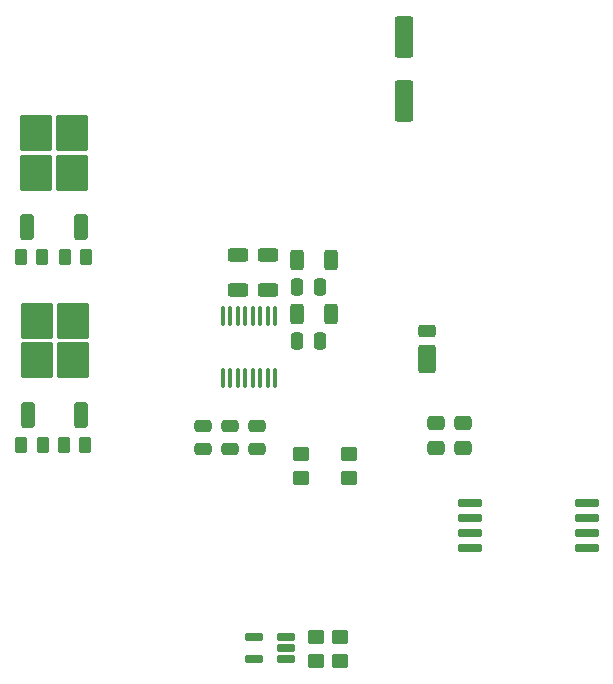
<source format=gbr>
%TF.GenerationSoftware,KiCad,Pcbnew,8.0.5*%
%TF.CreationDate,2024-11-12T15:31:54+01:00*%
%TF.ProjectId,Core4GPZ_rev0-1,436f7265-3447-4505-9a5f-726576302d31,rev?*%
%TF.SameCoordinates,Original*%
%TF.FileFunction,Paste,Top*%
%TF.FilePolarity,Positive*%
%FSLAX46Y46*%
G04 Gerber Fmt 4.6, Leading zero omitted, Abs format (unit mm)*
G04 Created by KiCad (PCBNEW 8.0.5) date 2024-11-12 15:31:54*
%MOMM*%
%LPD*%
G01*
G04 APERTURE LIST*
G04 Aperture macros list*
%AMRoundRect*
0 Rectangle with rounded corners*
0 $1 Rounding radius*
0 $2 $3 $4 $5 $6 $7 $8 $9 X,Y pos of 4 corners*
0 Add a 4 corners polygon primitive as box body*
4,1,4,$2,$3,$4,$5,$6,$7,$8,$9,$2,$3,0*
0 Add four circle primitives for the rounded corners*
1,1,$1+$1,$2,$3*
1,1,$1+$1,$4,$5*
1,1,$1+$1,$6,$7*
1,1,$1+$1,$8,$9*
0 Add four rect primitives between the rounded corners*
20,1,$1+$1,$2,$3,$4,$5,0*
20,1,$1+$1,$4,$5,$6,$7,0*
20,1,$1+$1,$6,$7,$8,$9,0*
20,1,$1+$1,$8,$9,$2,$3,0*%
G04 Aperture macros list end*
%ADD10RoundRect,0.250000X0.312500X0.625000X-0.312500X0.625000X-0.312500X-0.625000X0.312500X-0.625000X0*%
%ADD11RoundRect,0.250000X0.262500X0.450000X-0.262500X0.450000X-0.262500X-0.450000X0.262500X-0.450000X0*%
%ADD12RoundRect,0.250000X-0.500000X0.950000X-0.500000X-0.950000X0.500000X-0.950000X0.500000X0.950000X0*%
%ADD13RoundRect,0.250000X-0.500000X0.275000X-0.500000X-0.275000X0.500000X-0.275000X0.500000X0.275000X0*%
%ADD14RoundRect,0.250000X-0.625000X0.312500X-0.625000X-0.312500X0.625000X-0.312500X0.625000X0.312500X0*%
%ADD15RoundRect,0.250000X-0.450000X0.350000X-0.450000X-0.350000X0.450000X-0.350000X0.450000X0.350000X0*%
%ADD16RoundRect,0.250000X-0.475000X0.250000X-0.475000X-0.250000X0.475000X-0.250000X0.475000X0.250000X0*%
%ADD17RoundRect,0.250000X-0.550000X1.500000X-0.550000X-1.500000X0.550000X-1.500000X0.550000X1.500000X0*%
%ADD18RoundRect,0.250000X0.475000X-0.337500X0.475000X0.337500X-0.475000X0.337500X-0.475000X-0.337500X0*%
%ADD19RoundRect,0.250000X0.350000X-0.850000X0.350000X0.850000X-0.350000X0.850000X-0.350000X-0.850000X0*%
%ADD20RoundRect,0.250000X1.125000X-1.275000X1.125000X1.275000X-1.125000X1.275000X-1.125000X-1.275000X0*%
%ADD21RoundRect,0.250000X-0.250000X-0.475000X0.250000X-0.475000X0.250000X0.475000X-0.250000X0.475000X0*%
%ADD22RoundRect,0.162500X0.617500X0.162500X-0.617500X0.162500X-0.617500X-0.162500X0.617500X-0.162500X0*%
%ADD23RoundRect,0.250000X0.250000X0.475000X-0.250000X0.475000X-0.250000X-0.475000X0.250000X-0.475000X0*%
%ADD24RoundRect,0.250000X0.450000X-0.350000X0.450000X0.350000X-0.450000X0.350000X-0.450000X-0.350000X0*%
%ADD25RoundRect,0.187500X-0.812500X-0.187500X0.812500X-0.187500X0.812500X0.187500X-0.812500X0.187500X0*%
%ADD26RoundRect,0.250000X-0.262500X-0.450000X0.262500X-0.450000X0.262500X0.450000X-0.262500X0.450000X0*%
%ADD27RoundRect,0.100000X0.100000X-0.712500X0.100000X0.712500X-0.100000X0.712500X-0.100000X-0.712500X0*%
G04 APERTURE END LIST*
D10*
%TO.C,R7*%
X127057750Y-78939000D03*
X124132750Y-78939000D03*
%TD*%
D11*
%TO.C,R3*%
X106318500Y-78734000D03*
X104493500Y-78734000D03*
%TD*%
D12*
%TO.C,D4*%
X135133000Y-87338000D03*
D13*
X135133000Y-84963000D03*
%TD*%
D14*
%TO.C,R8*%
X119131000Y-78554000D03*
X119131000Y-81479000D03*
%TD*%
D15*
%TO.C,R14*%
X128529000Y-95377000D03*
X128529000Y-97377000D03*
%TD*%
D14*
%TO.C,R9*%
X121671000Y-78554000D03*
X121671000Y-81479000D03*
%TD*%
D16*
%TO.C,C9*%
X116210000Y-93030000D03*
X116210000Y-94930000D03*
%TD*%
D17*
%TO.C,C1*%
X133228000Y-60071000D03*
X133228000Y-65471000D03*
%TD*%
D18*
%TO.C,C3*%
X135895000Y-94869000D03*
X135895000Y-92794000D03*
%TD*%
D19*
%TO.C,Q2*%
X101351000Y-92075000D03*
D20*
X102106000Y-87450000D03*
X105156000Y-87450000D03*
X102106000Y-84100000D03*
X105156000Y-84100000D03*
D19*
X105911000Y-92075000D03*
%TD*%
D15*
%TO.C,R11*%
X125735000Y-110871000D03*
X125735000Y-112871000D03*
%TD*%
D16*
%TO.C,C8*%
X118496000Y-93030000D03*
X118496000Y-94930000D03*
%TD*%
D19*
%TO.C,Q1*%
X101318500Y-76194000D03*
D20*
X102073500Y-71569000D03*
X105123500Y-71569000D03*
X102073500Y-68219000D03*
X105123500Y-68219000D03*
D19*
X105878500Y-76194000D03*
%TD*%
D10*
%TO.C,R10*%
X127057750Y-83511000D03*
X124132750Y-83511000D03*
%TD*%
D21*
%TO.C,C7*%
X124196250Y-85797000D03*
X126096250Y-85797000D03*
%TD*%
D18*
%TO.C,C2*%
X138181000Y-94869000D03*
X138181000Y-92794000D03*
%TD*%
D16*
%TO.C,C6*%
X120782000Y-93030000D03*
X120782000Y-94930000D03*
%TD*%
D22*
%TO.C,U4*%
X123228000Y-112776000D03*
X123228000Y-111826000D03*
X123228000Y-110876000D03*
X120528000Y-110876000D03*
X120528000Y-112776000D03*
%TD*%
D23*
%TO.C,C5*%
X126096250Y-81225000D03*
X124196250Y-81225000D03*
%TD*%
D24*
%TO.C,R12*%
X127767000Y-112871000D03*
X127767000Y-110871000D03*
%TD*%
D25*
%TO.C,U3*%
X138816000Y-99509000D03*
X138816000Y-100779000D03*
X138816000Y-102049000D03*
X138816000Y-103319000D03*
X148722000Y-103319000D03*
X148722000Y-102049000D03*
X148722000Y-100779000D03*
X148722000Y-99509000D03*
%TD*%
D15*
%TO.C,R13*%
X124465000Y-95377000D03*
X124465000Y-97377000D03*
%TD*%
D26*
%TO.C,R4*%
X100763500Y-78734000D03*
X102588500Y-78734000D03*
%TD*%
%TO.C,R6*%
X100796000Y-94609000D03*
X102621000Y-94609000D03*
%TD*%
D27*
%TO.C,IC1*%
X117861000Y-88942500D03*
X118496000Y-88942500D03*
X119131000Y-88942500D03*
X119766000Y-88942500D03*
X120401000Y-88942500D03*
X121036000Y-88942500D03*
X121671000Y-88942500D03*
X122306000Y-88942500D03*
X122306000Y-83667500D03*
X121671000Y-83667500D03*
X121036000Y-83667500D03*
X120401000Y-83667500D03*
X119766000Y-83667500D03*
X119131000Y-83667500D03*
X118496000Y-83667500D03*
X117861000Y-83667500D03*
%TD*%
D11*
%TO.C,R5*%
X106231000Y-94609000D03*
X104406000Y-94609000D03*
%TD*%
M02*

</source>
